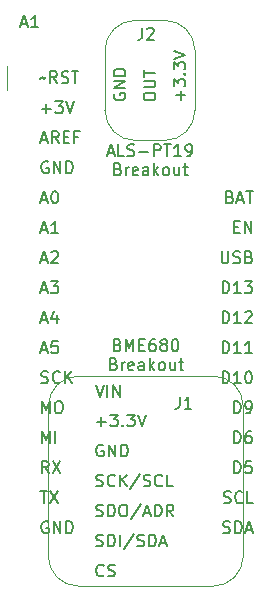
<source format=gbr>
%TF.GenerationSoftware,KiCad,Pcbnew,(6.0.0)*%
%TF.CreationDate,2022-01-23T09:20:33-05:00*%
%TF.ProjectId,Featherwing-bme680-als-PT19-breakout,46656174-6865-4727-9769-6e672d626d65,rev?*%
%TF.SameCoordinates,Original*%
%TF.FileFunction,Legend,Top*%
%TF.FilePolarity,Positive*%
%FSLAX46Y46*%
G04 Gerber Fmt 4.6, Leading zero omitted, Abs format (unit mm)*
G04 Created by KiCad (PCBNEW (6.0.0)) date 2022-01-23 09:20:33*
%MOMM*%
%LPD*%
G01*
G04 APERTURE LIST*
%ADD10C,0.150000*%
%ADD11C,0.100000*%
%ADD12C,0.120000*%
G04 APERTURE END LIST*
D10*
X135315771Y-96389666D02*
X135791961Y-96389666D01*
X135220533Y-96675380D02*
X135553866Y-95675380D01*
X135887200Y-96675380D01*
X136696723Y-96675380D02*
X136220533Y-96675380D01*
X136220533Y-95675380D01*
X136982438Y-96627761D02*
X137125295Y-96675380D01*
X137363390Y-96675380D01*
X137458628Y-96627761D01*
X137506247Y-96580142D01*
X137553866Y-96484904D01*
X137553866Y-96389666D01*
X137506247Y-96294428D01*
X137458628Y-96246809D01*
X137363390Y-96199190D01*
X137172914Y-96151571D01*
X137077676Y-96103952D01*
X137030057Y-96056333D01*
X136982438Y-95961095D01*
X136982438Y-95865857D01*
X137030057Y-95770619D01*
X137077676Y-95723000D01*
X137172914Y-95675380D01*
X137411009Y-95675380D01*
X137553866Y-95723000D01*
X137982438Y-96294428D02*
X138744342Y-96294428D01*
X139220533Y-96675380D02*
X139220533Y-95675380D01*
X139601485Y-95675380D01*
X139696723Y-95723000D01*
X139744342Y-95770619D01*
X139791961Y-95865857D01*
X139791961Y-96008714D01*
X139744342Y-96103952D01*
X139696723Y-96151571D01*
X139601485Y-96199190D01*
X139220533Y-96199190D01*
X140077676Y-95675380D02*
X140649104Y-95675380D01*
X140363390Y-96675380D02*
X140363390Y-95675380D01*
X141506247Y-96675380D02*
X140934819Y-96675380D01*
X141220533Y-96675380D02*
X141220533Y-95675380D01*
X141125295Y-95818238D01*
X141030057Y-95913476D01*
X140934819Y-95961095D01*
X141982438Y-96675380D02*
X142172914Y-96675380D01*
X142268152Y-96627761D01*
X142315771Y-96580142D01*
X142411009Y-96437285D01*
X142458628Y-96246809D01*
X142458628Y-95865857D01*
X142411009Y-95770619D01*
X142363390Y-95723000D01*
X142268152Y-95675380D01*
X142077676Y-95675380D01*
X141982438Y-95723000D01*
X141934819Y-95770619D01*
X141887200Y-95865857D01*
X141887200Y-96103952D01*
X141934819Y-96199190D01*
X141982438Y-96246809D01*
X142077676Y-96294428D01*
X142268152Y-96294428D01*
X142363390Y-96246809D01*
X142411009Y-96199190D01*
X142458628Y-96103952D01*
X136172914Y-97761571D02*
X136315771Y-97809190D01*
X136363390Y-97856809D01*
X136411009Y-97952047D01*
X136411009Y-98094904D01*
X136363390Y-98190142D01*
X136315771Y-98237761D01*
X136220533Y-98285380D01*
X135839580Y-98285380D01*
X135839580Y-97285380D01*
X136172914Y-97285380D01*
X136268152Y-97333000D01*
X136315771Y-97380619D01*
X136363390Y-97475857D01*
X136363390Y-97571095D01*
X136315771Y-97666333D01*
X136268152Y-97713952D01*
X136172914Y-97761571D01*
X135839580Y-97761571D01*
X136839580Y-98285380D02*
X136839580Y-97618714D01*
X136839580Y-97809190D02*
X136887200Y-97713952D01*
X136934819Y-97666333D01*
X137030057Y-97618714D01*
X137125295Y-97618714D01*
X137839580Y-98237761D02*
X137744342Y-98285380D01*
X137553866Y-98285380D01*
X137458628Y-98237761D01*
X137411009Y-98142523D01*
X137411009Y-97761571D01*
X137458628Y-97666333D01*
X137553866Y-97618714D01*
X137744342Y-97618714D01*
X137839580Y-97666333D01*
X137887200Y-97761571D01*
X137887200Y-97856809D01*
X137411009Y-97952047D01*
X138744342Y-98285380D02*
X138744342Y-97761571D01*
X138696723Y-97666333D01*
X138601485Y-97618714D01*
X138411009Y-97618714D01*
X138315771Y-97666333D01*
X138744342Y-98237761D02*
X138649104Y-98285380D01*
X138411009Y-98285380D01*
X138315771Y-98237761D01*
X138268152Y-98142523D01*
X138268152Y-98047285D01*
X138315771Y-97952047D01*
X138411009Y-97904428D01*
X138649104Y-97904428D01*
X138744342Y-97856809D01*
X139220533Y-98285380D02*
X139220533Y-97285380D01*
X139315771Y-97904428D02*
X139601485Y-98285380D01*
X139601485Y-97618714D02*
X139220533Y-97999666D01*
X140172914Y-98285380D02*
X140077676Y-98237761D01*
X140030057Y-98190142D01*
X139982438Y-98094904D01*
X139982438Y-97809190D01*
X140030057Y-97713952D01*
X140077676Y-97666333D01*
X140172914Y-97618714D01*
X140315771Y-97618714D01*
X140411009Y-97666333D01*
X140458628Y-97713952D01*
X140506247Y-97809190D01*
X140506247Y-98094904D01*
X140458628Y-98190142D01*
X140411009Y-98237761D01*
X140315771Y-98285380D01*
X140172914Y-98285380D01*
X141363390Y-97618714D02*
X141363390Y-98285380D01*
X140934819Y-97618714D02*
X140934819Y-98142523D01*
X140982438Y-98237761D01*
X141077676Y-98285380D01*
X141220533Y-98285380D01*
X141315771Y-98237761D01*
X141363390Y-98190142D01*
X141696723Y-97618714D02*
X142077676Y-97618714D01*
X141839580Y-97285380D02*
X141839580Y-98142523D01*
X141887200Y-98237761D01*
X141982438Y-98285380D01*
X142077676Y-98285380D01*
X136150647Y-112661571D02*
X136293504Y-112709190D01*
X136341123Y-112756809D01*
X136388742Y-112852047D01*
X136388742Y-112994904D01*
X136341123Y-113090142D01*
X136293504Y-113137761D01*
X136198266Y-113185380D01*
X135817314Y-113185380D01*
X135817314Y-112185380D01*
X136150647Y-112185380D01*
X136245885Y-112233000D01*
X136293504Y-112280619D01*
X136341123Y-112375857D01*
X136341123Y-112471095D01*
X136293504Y-112566333D01*
X136245885Y-112613952D01*
X136150647Y-112661571D01*
X135817314Y-112661571D01*
X136817314Y-113185380D02*
X136817314Y-112185380D01*
X137150647Y-112899666D01*
X137483980Y-112185380D01*
X137483980Y-113185380D01*
X137960171Y-112661571D02*
X138293504Y-112661571D01*
X138436361Y-113185380D02*
X137960171Y-113185380D01*
X137960171Y-112185380D01*
X138436361Y-112185380D01*
X139293504Y-112185380D02*
X139103028Y-112185380D01*
X139007790Y-112233000D01*
X138960171Y-112280619D01*
X138864933Y-112423476D01*
X138817314Y-112613952D01*
X138817314Y-112994904D01*
X138864933Y-113090142D01*
X138912552Y-113137761D01*
X139007790Y-113185380D01*
X139198266Y-113185380D01*
X139293504Y-113137761D01*
X139341123Y-113090142D01*
X139388742Y-112994904D01*
X139388742Y-112756809D01*
X139341123Y-112661571D01*
X139293504Y-112613952D01*
X139198266Y-112566333D01*
X139007790Y-112566333D01*
X138912552Y-112613952D01*
X138864933Y-112661571D01*
X138817314Y-112756809D01*
X139960171Y-112613952D02*
X139864933Y-112566333D01*
X139817314Y-112518714D01*
X139769695Y-112423476D01*
X139769695Y-112375857D01*
X139817314Y-112280619D01*
X139864933Y-112233000D01*
X139960171Y-112185380D01*
X140150647Y-112185380D01*
X140245885Y-112233000D01*
X140293504Y-112280619D01*
X140341123Y-112375857D01*
X140341123Y-112423476D01*
X140293504Y-112518714D01*
X140245885Y-112566333D01*
X140150647Y-112613952D01*
X139960171Y-112613952D01*
X139864933Y-112661571D01*
X139817314Y-112709190D01*
X139769695Y-112804428D01*
X139769695Y-112994904D01*
X139817314Y-113090142D01*
X139864933Y-113137761D01*
X139960171Y-113185380D01*
X140150647Y-113185380D01*
X140245885Y-113137761D01*
X140293504Y-113090142D01*
X140341123Y-112994904D01*
X140341123Y-112804428D01*
X140293504Y-112709190D01*
X140245885Y-112661571D01*
X140150647Y-112613952D01*
X140960171Y-112185380D02*
X141055409Y-112185380D01*
X141150647Y-112233000D01*
X141198266Y-112280619D01*
X141245885Y-112375857D01*
X141293504Y-112566333D01*
X141293504Y-112804428D01*
X141245885Y-112994904D01*
X141198266Y-113090142D01*
X141150647Y-113137761D01*
X141055409Y-113185380D01*
X140960171Y-113185380D01*
X140864933Y-113137761D01*
X140817314Y-113090142D01*
X140769695Y-112994904D01*
X140722076Y-112804428D01*
X140722076Y-112566333D01*
X140769695Y-112375857D01*
X140817314Y-112280619D01*
X140864933Y-112233000D01*
X140960171Y-112185380D01*
X135817314Y-114271571D02*
X135960171Y-114319190D01*
X136007790Y-114366809D01*
X136055409Y-114462047D01*
X136055409Y-114604904D01*
X136007790Y-114700142D01*
X135960171Y-114747761D01*
X135864933Y-114795380D01*
X135483980Y-114795380D01*
X135483980Y-113795380D01*
X135817314Y-113795380D01*
X135912552Y-113843000D01*
X135960171Y-113890619D01*
X136007790Y-113985857D01*
X136007790Y-114081095D01*
X135960171Y-114176333D01*
X135912552Y-114223952D01*
X135817314Y-114271571D01*
X135483980Y-114271571D01*
X136483980Y-114795380D02*
X136483980Y-114128714D01*
X136483980Y-114319190D02*
X136531600Y-114223952D01*
X136579219Y-114176333D01*
X136674457Y-114128714D01*
X136769695Y-114128714D01*
X137483980Y-114747761D02*
X137388742Y-114795380D01*
X137198266Y-114795380D01*
X137103028Y-114747761D01*
X137055409Y-114652523D01*
X137055409Y-114271571D01*
X137103028Y-114176333D01*
X137198266Y-114128714D01*
X137388742Y-114128714D01*
X137483980Y-114176333D01*
X137531600Y-114271571D01*
X137531600Y-114366809D01*
X137055409Y-114462047D01*
X138388742Y-114795380D02*
X138388742Y-114271571D01*
X138341123Y-114176333D01*
X138245885Y-114128714D01*
X138055409Y-114128714D01*
X137960171Y-114176333D01*
X138388742Y-114747761D02*
X138293504Y-114795380D01*
X138055409Y-114795380D01*
X137960171Y-114747761D01*
X137912552Y-114652523D01*
X137912552Y-114557285D01*
X137960171Y-114462047D01*
X138055409Y-114414428D01*
X138293504Y-114414428D01*
X138388742Y-114366809D01*
X138864933Y-114795380D02*
X138864933Y-113795380D01*
X138960171Y-114414428D02*
X139245885Y-114795380D01*
X139245885Y-114128714D02*
X138864933Y-114509666D01*
X139817314Y-114795380D02*
X139722076Y-114747761D01*
X139674457Y-114700142D01*
X139626838Y-114604904D01*
X139626838Y-114319190D01*
X139674457Y-114223952D01*
X139722076Y-114176333D01*
X139817314Y-114128714D01*
X139960171Y-114128714D01*
X140055409Y-114176333D01*
X140103028Y-114223952D01*
X140150647Y-114319190D01*
X140150647Y-114604904D01*
X140103028Y-114700142D01*
X140055409Y-114747761D01*
X139960171Y-114795380D01*
X139817314Y-114795380D01*
X141007790Y-114128714D02*
X141007790Y-114795380D01*
X140579219Y-114128714D02*
X140579219Y-114652523D01*
X140626838Y-114747761D01*
X140722076Y-114795380D01*
X140864933Y-114795380D01*
X140960171Y-114747761D01*
X141007790Y-114700142D01*
X141341123Y-114128714D02*
X141722076Y-114128714D01*
X141483980Y-113795380D02*
X141483980Y-114652523D01*
X141531600Y-114747761D01*
X141626838Y-114795380D01*
X141722076Y-114795380D01*
X141498628Y-91916000D02*
X141498628Y-91154095D01*
X141879580Y-91535047D02*
X141117676Y-91535047D01*
X140879580Y-90773142D02*
X140879580Y-90154095D01*
X141260533Y-90487428D01*
X141260533Y-90344571D01*
X141308152Y-90249333D01*
X141355771Y-90201714D01*
X141451009Y-90154095D01*
X141689104Y-90154095D01*
X141784342Y-90201714D01*
X141831961Y-90249333D01*
X141879580Y-90344571D01*
X141879580Y-90630285D01*
X141831961Y-90725523D01*
X141784342Y-90773142D01*
X141784342Y-89725523D02*
X141831961Y-89677904D01*
X141879580Y-89725523D01*
X141831961Y-89773142D01*
X141784342Y-89725523D01*
X141879580Y-89725523D01*
X140879580Y-89344571D02*
X140879580Y-88725523D01*
X141260533Y-89058857D01*
X141260533Y-88916000D01*
X141308152Y-88820761D01*
X141355771Y-88773142D01*
X141451009Y-88725523D01*
X141689104Y-88725523D01*
X141784342Y-88773142D01*
X141831961Y-88820761D01*
X141879580Y-88916000D01*
X141879580Y-89201714D01*
X141831961Y-89296952D01*
X141784342Y-89344571D01*
X140879580Y-88439809D02*
X141879580Y-88106476D01*
X140879580Y-87773142D01*
X138339580Y-91725524D02*
X138339580Y-91535047D01*
X138387200Y-91439809D01*
X138482438Y-91344571D01*
X138672914Y-91296952D01*
X139006247Y-91296952D01*
X139196723Y-91344571D01*
X139291961Y-91439809D01*
X139339580Y-91535047D01*
X139339580Y-91725524D01*
X139291961Y-91820762D01*
X139196723Y-91916000D01*
X139006247Y-91963619D01*
X138672914Y-91963619D01*
X138482438Y-91916000D01*
X138387200Y-91820762D01*
X138339580Y-91725524D01*
X138339580Y-90868381D02*
X139149104Y-90868381D01*
X139244342Y-90820762D01*
X139291961Y-90773143D01*
X139339580Y-90677904D01*
X139339580Y-90487428D01*
X139291961Y-90392190D01*
X139244342Y-90344571D01*
X139149104Y-90296952D01*
X138339580Y-90296952D01*
X138339580Y-89963619D02*
X138339580Y-89392190D01*
X139339580Y-89677904D02*
X138339580Y-89677904D01*
X135847200Y-91392190D02*
X135799580Y-91487428D01*
X135799580Y-91630286D01*
X135847200Y-91773143D01*
X135942438Y-91868381D01*
X136037676Y-91916000D01*
X136228152Y-91963619D01*
X136371009Y-91963619D01*
X136561485Y-91916000D01*
X136656723Y-91868381D01*
X136751961Y-91773143D01*
X136799580Y-91630286D01*
X136799580Y-91535047D01*
X136751961Y-91392190D01*
X136704342Y-91344571D01*
X136371009Y-91344571D01*
X136371009Y-91535047D01*
X136799580Y-90916000D02*
X135799580Y-90916000D01*
X136799580Y-90344571D01*
X135799580Y-90344571D01*
X136799580Y-89868381D02*
X135799580Y-89868381D01*
X135799580Y-89630286D01*
X135847200Y-89487428D01*
X135942438Y-89392190D01*
X136037676Y-89344571D01*
X136228152Y-89296952D01*
X136371009Y-89296952D01*
X136561485Y-89344571D01*
X136656723Y-89392190D01*
X136751961Y-89487428D01*
X136799580Y-89630286D01*
X136799580Y-89868381D01*
X145089714Y-128547761D02*
X145232571Y-128595380D01*
X145470666Y-128595380D01*
X145565904Y-128547761D01*
X145613523Y-128500142D01*
X145661142Y-128404904D01*
X145661142Y-128309666D01*
X145613523Y-128214428D01*
X145565904Y-128166809D01*
X145470666Y-128119190D01*
X145280190Y-128071571D01*
X145184952Y-128023952D01*
X145137333Y-127976333D01*
X145089714Y-127881095D01*
X145089714Y-127785857D01*
X145137333Y-127690619D01*
X145184952Y-127643000D01*
X145280190Y-127595380D01*
X145518285Y-127595380D01*
X145661142Y-127643000D01*
X146089714Y-128595380D02*
X146089714Y-127595380D01*
X146327809Y-127595380D01*
X146470666Y-127643000D01*
X146565904Y-127738238D01*
X146613523Y-127833476D01*
X146661142Y-128023952D01*
X146661142Y-128166809D01*
X146613523Y-128357285D01*
X146565904Y-128452523D01*
X146470666Y-128547761D01*
X146327809Y-128595380D01*
X146089714Y-128595380D01*
X147042095Y-128309666D02*
X147518285Y-128309666D01*
X146946857Y-128595380D02*
X147280190Y-127595380D01*
X147613523Y-128595380D01*
X145137332Y-126007761D02*
X145280189Y-126055380D01*
X145518285Y-126055380D01*
X145613523Y-126007761D01*
X145661142Y-125960142D01*
X145708761Y-125864904D01*
X145708761Y-125769666D01*
X145661142Y-125674428D01*
X145613523Y-125626809D01*
X145518285Y-125579190D01*
X145327809Y-125531571D01*
X145232570Y-125483952D01*
X145184951Y-125436333D01*
X145137332Y-125341095D01*
X145137332Y-125245857D01*
X145184951Y-125150619D01*
X145232570Y-125103000D01*
X145327809Y-125055380D01*
X145565904Y-125055380D01*
X145708761Y-125103000D01*
X146708761Y-125960142D02*
X146661142Y-126007761D01*
X146518285Y-126055380D01*
X146423047Y-126055380D01*
X146280189Y-126007761D01*
X146184951Y-125912523D01*
X146137332Y-125817285D01*
X146089713Y-125626809D01*
X146089713Y-125483952D01*
X146137332Y-125293476D01*
X146184951Y-125198238D01*
X146280189Y-125103000D01*
X146423047Y-125055380D01*
X146518285Y-125055380D01*
X146661142Y-125103000D01*
X146708761Y-125150619D01*
X147613523Y-126055380D02*
X147137332Y-126055380D01*
X147137332Y-125055380D01*
X145994475Y-123515380D02*
X145994475Y-122515380D01*
X146232571Y-122515380D01*
X146375428Y-122563000D01*
X146470666Y-122658238D01*
X146518285Y-122753476D01*
X146565904Y-122943952D01*
X146565904Y-123086809D01*
X146518285Y-123277285D01*
X146470666Y-123372523D01*
X146375428Y-123467761D01*
X146232571Y-123515380D01*
X145994475Y-123515380D01*
X147470666Y-122515380D02*
X146994475Y-122515380D01*
X146946856Y-122991571D01*
X146994475Y-122943952D01*
X147089713Y-122896333D01*
X147327809Y-122896333D01*
X147423047Y-122943952D01*
X147470666Y-122991571D01*
X147518285Y-123086809D01*
X147518285Y-123324904D01*
X147470666Y-123420142D01*
X147423047Y-123467761D01*
X147327809Y-123515380D01*
X147089713Y-123515380D01*
X146994475Y-123467761D01*
X146946856Y-123420142D01*
X145994475Y-120975380D02*
X145994475Y-119975380D01*
X146232571Y-119975380D01*
X146375428Y-120023000D01*
X146470666Y-120118238D01*
X146518285Y-120213476D01*
X146565904Y-120403952D01*
X146565904Y-120546809D01*
X146518285Y-120737285D01*
X146470666Y-120832523D01*
X146375428Y-120927761D01*
X146232571Y-120975380D01*
X145994475Y-120975380D01*
X147423047Y-119975380D02*
X147232571Y-119975380D01*
X147137332Y-120023000D01*
X147089713Y-120070619D01*
X146994475Y-120213476D01*
X146946856Y-120403952D01*
X146946856Y-120784904D01*
X146994475Y-120880142D01*
X147042094Y-120927761D01*
X147137332Y-120975380D01*
X147327809Y-120975380D01*
X147423047Y-120927761D01*
X147470666Y-120880142D01*
X147518285Y-120784904D01*
X147518285Y-120546809D01*
X147470666Y-120451571D01*
X147423047Y-120403952D01*
X147327809Y-120356333D01*
X147137332Y-120356333D01*
X147042094Y-120403952D01*
X146994475Y-120451571D01*
X146946856Y-120546809D01*
X145994475Y-118435380D02*
X145994475Y-117435380D01*
X146232571Y-117435380D01*
X146375428Y-117483000D01*
X146470666Y-117578238D01*
X146518285Y-117673476D01*
X146565904Y-117863952D01*
X146565904Y-118006809D01*
X146518285Y-118197285D01*
X146470666Y-118292523D01*
X146375428Y-118387761D01*
X146232571Y-118435380D01*
X145994475Y-118435380D01*
X147042094Y-118435380D02*
X147232571Y-118435380D01*
X147327809Y-118387761D01*
X147375428Y-118340142D01*
X147470666Y-118197285D01*
X147518285Y-118006809D01*
X147518285Y-117625857D01*
X147470666Y-117530619D01*
X147423047Y-117483000D01*
X147327809Y-117435380D01*
X147137332Y-117435380D01*
X147042094Y-117483000D01*
X146994475Y-117530619D01*
X146946856Y-117625857D01*
X146946856Y-117863952D01*
X146994475Y-117959190D01*
X147042094Y-118006809D01*
X147137332Y-118054428D01*
X147327809Y-118054428D01*
X147423047Y-118006809D01*
X147470666Y-117959190D01*
X147518285Y-117863952D01*
X145042095Y-115895380D02*
X145042095Y-114895380D01*
X145280190Y-114895380D01*
X145423047Y-114943000D01*
X145518285Y-115038238D01*
X145565904Y-115133476D01*
X145613523Y-115323952D01*
X145613523Y-115466809D01*
X145565904Y-115657285D01*
X145518285Y-115752523D01*
X145423047Y-115847761D01*
X145280190Y-115895380D01*
X145042095Y-115895380D01*
X146565904Y-115895380D02*
X145994476Y-115895380D01*
X146280190Y-115895380D02*
X146280190Y-114895380D01*
X146184952Y-115038238D01*
X146089714Y-115133476D01*
X145994476Y-115181095D01*
X147184952Y-114895380D02*
X147280190Y-114895380D01*
X147375428Y-114943000D01*
X147423047Y-114990619D01*
X147470666Y-115085857D01*
X147518285Y-115276333D01*
X147518285Y-115514428D01*
X147470666Y-115704904D01*
X147423047Y-115800142D01*
X147375428Y-115847761D01*
X147280190Y-115895380D01*
X147184952Y-115895380D01*
X147089714Y-115847761D01*
X147042095Y-115800142D01*
X146994476Y-115704904D01*
X146946857Y-115514428D01*
X146946857Y-115276333D01*
X146994476Y-115085857D01*
X147042095Y-114990619D01*
X147089714Y-114943000D01*
X147184952Y-114895380D01*
X145042095Y-113355380D02*
X145042095Y-112355380D01*
X145280190Y-112355380D01*
X145423047Y-112403000D01*
X145518285Y-112498238D01*
X145565904Y-112593476D01*
X145613523Y-112783952D01*
X145613523Y-112926809D01*
X145565904Y-113117285D01*
X145518285Y-113212523D01*
X145423047Y-113307761D01*
X145280190Y-113355380D01*
X145042095Y-113355380D01*
X146565904Y-113355380D02*
X145994476Y-113355380D01*
X146280190Y-113355380D02*
X146280190Y-112355380D01*
X146184952Y-112498238D01*
X146089714Y-112593476D01*
X145994476Y-112641095D01*
X147518285Y-113355380D02*
X146946857Y-113355380D01*
X147232571Y-113355380D02*
X147232571Y-112355380D01*
X147137333Y-112498238D01*
X147042095Y-112593476D01*
X146946857Y-112641095D01*
X145042095Y-110815380D02*
X145042095Y-109815380D01*
X145280190Y-109815380D01*
X145423047Y-109863000D01*
X145518285Y-109958238D01*
X145565904Y-110053476D01*
X145613523Y-110243952D01*
X145613523Y-110386809D01*
X145565904Y-110577285D01*
X145518285Y-110672523D01*
X145423047Y-110767761D01*
X145280190Y-110815380D01*
X145042095Y-110815380D01*
X146565904Y-110815380D02*
X145994476Y-110815380D01*
X146280190Y-110815380D02*
X146280190Y-109815380D01*
X146184952Y-109958238D01*
X146089714Y-110053476D01*
X145994476Y-110101095D01*
X146946857Y-109910619D02*
X146994476Y-109863000D01*
X147089714Y-109815380D01*
X147327809Y-109815380D01*
X147423047Y-109863000D01*
X147470666Y-109910619D01*
X147518285Y-110005857D01*
X147518285Y-110101095D01*
X147470666Y-110243952D01*
X146899238Y-110815380D01*
X147518285Y-110815380D01*
X145042095Y-108275380D02*
X145042095Y-107275380D01*
X145280190Y-107275380D01*
X145423047Y-107323000D01*
X145518285Y-107418238D01*
X145565904Y-107513476D01*
X145613523Y-107703952D01*
X145613523Y-107846809D01*
X145565904Y-108037285D01*
X145518285Y-108132523D01*
X145423047Y-108227761D01*
X145280190Y-108275380D01*
X145042095Y-108275380D01*
X146565904Y-108275380D02*
X145994476Y-108275380D01*
X146280190Y-108275380D02*
X146280190Y-107275380D01*
X146184952Y-107418238D01*
X146089714Y-107513476D01*
X145994476Y-107561095D01*
X146899238Y-107275380D02*
X147518285Y-107275380D01*
X147184952Y-107656333D01*
X147327809Y-107656333D01*
X147423047Y-107703952D01*
X147470666Y-107751571D01*
X147518285Y-107846809D01*
X147518285Y-108084904D01*
X147470666Y-108180142D01*
X147423047Y-108227761D01*
X147327809Y-108275380D01*
X147042095Y-108275380D01*
X146946857Y-108227761D01*
X146899238Y-108180142D01*
X144946857Y-104735380D02*
X144946857Y-105544904D01*
X144994476Y-105640142D01*
X145042095Y-105687761D01*
X145137333Y-105735380D01*
X145327809Y-105735380D01*
X145423047Y-105687761D01*
X145470666Y-105640142D01*
X145518285Y-105544904D01*
X145518285Y-104735380D01*
X145946857Y-105687761D02*
X146089714Y-105735380D01*
X146327809Y-105735380D01*
X146423047Y-105687761D01*
X146470666Y-105640142D01*
X146518285Y-105544904D01*
X146518285Y-105449666D01*
X146470666Y-105354428D01*
X146423047Y-105306809D01*
X146327809Y-105259190D01*
X146137333Y-105211571D01*
X146042095Y-105163952D01*
X145994476Y-105116333D01*
X145946857Y-105021095D01*
X145946857Y-104925857D01*
X145994476Y-104830619D01*
X146042095Y-104783000D01*
X146137333Y-104735380D01*
X146375428Y-104735380D01*
X146518285Y-104783000D01*
X147280190Y-105211571D02*
X147423047Y-105259190D01*
X147470666Y-105306809D01*
X147518285Y-105402047D01*
X147518285Y-105544904D01*
X147470666Y-105640142D01*
X147423047Y-105687761D01*
X147327809Y-105735380D01*
X146946857Y-105735380D01*
X146946857Y-104735380D01*
X147280190Y-104735380D01*
X147375428Y-104783000D01*
X147423047Y-104830619D01*
X147470666Y-104925857D01*
X147470666Y-105021095D01*
X147423047Y-105116333D01*
X147375428Y-105163952D01*
X147280190Y-105211571D01*
X146946857Y-105211571D01*
X145994475Y-102671571D02*
X146327809Y-102671571D01*
X146470666Y-103195380D02*
X145994475Y-103195380D01*
X145994475Y-102195380D01*
X146470666Y-102195380D01*
X146899237Y-103195380D02*
X146899237Y-102195380D01*
X147470666Y-103195380D01*
X147470666Y-102195380D01*
X145661142Y-100131571D02*
X145803999Y-100179190D01*
X145851618Y-100226809D01*
X145899238Y-100322047D01*
X145899238Y-100464904D01*
X145851618Y-100560142D01*
X145803999Y-100607761D01*
X145708761Y-100655380D01*
X145327809Y-100655380D01*
X145327809Y-99655380D01*
X145661142Y-99655380D01*
X145756380Y-99703000D01*
X145803999Y-99750619D01*
X145851618Y-99845857D01*
X145851618Y-99941095D01*
X145803999Y-100036333D01*
X145756380Y-100083952D01*
X145661142Y-100131571D01*
X145327809Y-100131571D01*
X146280190Y-100369666D02*
X146756380Y-100369666D01*
X146184952Y-100655380D02*
X146518285Y-99655380D01*
X146851618Y-100655380D01*
X147042095Y-99655380D02*
X147613523Y-99655380D01*
X147327809Y-100655380D02*
X147327809Y-99655380D01*
X134961333Y-132170442D02*
X134913714Y-132218061D01*
X134770857Y-132265680D01*
X134675619Y-132265680D01*
X134532761Y-132218061D01*
X134437523Y-132122823D01*
X134389904Y-132027585D01*
X134342285Y-131837109D01*
X134342285Y-131694252D01*
X134389904Y-131503776D01*
X134437523Y-131408538D01*
X134532761Y-131313300D01*
X134675619Y-131265680D01*
X134770857Y-131265680D01*
X134913714Y-131313300D01*
X134961333Y-131360919D01*
X135342285Y-132218061D02*
X135485142Y-132265680D01*
X135723238Y-132265680D01*
X135818476Y-132218061D01*
X135866095Y-132170442D01*
X135913714Y-132075204D01*
X135913714Y-131979966D01*
X135866095Y-131884728D01*
X135818476Y-131837109D01*
X135723238Y-131789490D01*
X135532761Y-131741871D01*
X135437523Y-131694252D01*
X135389904Y-131646633D01*
X135342285Y-131551395D01*
X135342285Y-131456157D01*
X135389904Y-131360919D01*
X135437523Y-131313300D01*
X135532761Y-131265680D01*
X135770857Y-131265680D01*
X135913714Y-131313300D01*
X134342286Y-129678061D02*
X134485143Y-129725680D01*
X134723238Y-129725680D01*
X134818476Y-129678061D01*
X134866095Y-129630442D01*
X134913714Y-129535204D01*
X134913714Y-129439966D01*
X134866095Y-129344728D01*
X134818476Y-129297109D01*
X134723238Y-129249490D01*
X134532762Y-129201871D01*
X134437524Y-129154252D01*
X134389905Y-129106633D01*
X134342286Y-129011395D01*
X134342286Y-128916157D01*
X134389905Y-128820919D01*
X134437524Y-128773300D01*
X134532762Y-128725680D01*
X134770857Y-128725680D01*
X134913714Y-128773300D01*
X135342286Y-129725680D02*
X135342286Y-128725680D01*
X135580381Y-128725680D01*
X135723238Y-128773300D01*
X135818476Y-128868538D01*
X135866095Y-128963776D01*
X135913714Y-129154252D01*
X135913714Y-129297109D01*
X135866095Y-129487585D01*
X135818476Y-129582823D01*
X135723238Y-129678061D01*
X135580381Y-129725680D01*
X135342286Y-129725680D01*
X136342286Y-129725680D02*
X136342286Y-128725680D01*
X137532762Y-128678061D02*
X136675619Y-129963776D01*
X137818476Y-129678061D02*
X137961333Y-129725680D01*
X138199428Y-129725680D01*
X138294667Y-129678061D01*
X138342286Y-129630442D01*
X138389905Y-129535204D01*
X138389905Y-129439966D01*
X138342286Y-129344728D01*
X138294667Y-129297109D01*
X138199428Y-129249490D01*
X138008952Y-129201871D01*
X137913714Y-129154252D01*
X137866095Y-129106633D01*
X137818476Y-129011395D01*
X137818476Y-128916157D01*
X137866095Y-128820919D01*
X137913714Y-128773300D01*
X138008952Y-128725680D01*
X138247047Y-128725680D01*
X138389905Y-128773300D01*
X138818476Y-129725680D02*
X138818476Y-128725680D01*
X139056571Y-128725680D01*
X139199428Y-128773300D01*
X139294667Y-128868538D01*
X139342286Y-128963776D01*
X139389905Y-129154252D01*
X139389905Y-129297109D01*
X139342286Y-129487585D01*
X139294667Y-129582823D01*
X139199428Y-129678061D01*
X139056571Y-129725680D01*
X138818476Y-129725680D01*
X139770857Y-129439966D02*
X140247047Y-129439966D01*
X139675619Y-129725680D02*
X140008952Y-128725680D01*
X140342286Y-129725680D01*
X134342286Y-127138061D02*
X134485143Y-127185680D01*
X134723238Y-127185680D01*
X134818476Y-127138061D01*
X134866095Y-127090442D01*
X134913714Y-126995204D01*
X134913714Y-126899966D01*
X134866095Y-126804728D01*
X134818476Y-126757109D01*
X134723238Y-126709490D01*
X134532762Y-126661871D01*
X134437524Y-126614252D01*
X134389905Y-126566633D01*
X134342286Y-126471395D01*
X134342286Y-126376157D01*
X134389905Y-126280919D01*
X134437524Y-126233300D01*
X134532762Y-126185680D01*
X134770857Y-126185680D01*
X134913714Y-126233300D01*
X135342286Y-127185680D02*
X135342286Y-126185680D01*
X135580381Y-126185680D01*
X135723238Y-126233300D01*
X135818476Y-126328538D01*
X135866095Y-126423776D01*
X135913714Y-126614252D01*
X135913714Y-126757109D01*
X135866095Y-126947585D01*
X135818476Y-127042823D01*
X135723238Y-127138061D01*
X135580381Y-127185680D01*
X135342286Y-127185680D01*
X136532762Y-126185680D02*
X136723238Y-126185680D01*
X136818476Y-126233300D01*
X136913714Y-126328538D01*
X136961333Y-126519014D01*
X136961333Y-126852347D01*
X136913714Y-127042823D01*
X136818476Y-127138061D01*
X136723238Y-127185680D01*
X136532762Y-127185680D01*
X136437524Y-127138061D01*
X136342286Y-127042823D01*
X136294667Y-126852347D01*
X136294667Y-126519014D01*
X136342286Y-126328538D01*
X136437524Y-126233300D01*
X136532762Y-126185680D01*
X138104191Y-126138061D02*
X137247048Y-127423776D01*
X138389905Y-126899966D02*
X138866095Y-126899966D01*
X138294667Y-127185680D02*
X138628000Y-126185680D01*
X138961333Y-127185680D01*
X139294667Y-127185680D02*
X139294667Y-126185680D01*
X139532762Y-126185680D01*
X139675619Y-126233300D01*
X139770857Y-126328538D01*
X139818476Y-126423776D01*
X139866095Y-126614252D01*
X139866095Y-126757109D01*
X139818476Y-126947585D01*
X139770857Y-127042823D01*
X139675619Y-127138061D01*
X139532762Y-127185680D01*
X139294667Y-127185680D01*
X140866095Y-127185680D02*
X140532762Y-126709490D01*
X140294667Y-127185680D02*
X140294667Y-126185680D01*
X140675619Y-126185680D01*
X140770857Y-126233300D01*
X140818476Y-126280919D01*
X140866095Y-126376157D01*
X140866095Y-126519014D01*
X140818476Y-126614252D01*
X140770857Y-126661871D01*
X140675619Y-126709490D01*
X140294667Y-126709490D01*
X134342285Y-124598061D02*
X134485142Y-124645680D01*
X134723238Y-124645680D01*
X134818476Y-124598061D01*
X134866095Y-124550442D01*
X134913714Y-124455204D01*
X134913714Y-124359966D01*
X134866095Y-124264728D01*
X134818476Y-124217109D01*
X134723238Y-124169490D01*
X134532762Y-124121871D01*
X134437523Y-124074252D01*
X134389904Y-124026633D01*
X134342285Y-123931395D01*
X134342285Y-123836157D01*
X134389904Y-123740919D01*
X134437523Y-123693300D01*
X134532762Y-123645680D01*
X134770857Y-123645680D01*
X134913714Y-123693300D01*
X135913714Y-124550442D02*
X135866095Y-124598061D01*
X135723238Y-124645680D01*
X135628000Y-124645680D01*
X135485142Y-124598061D01*
X135389904Y-124502823D01*
X135342285Y-124407585D01*
X135294666Y-124217109D01*
X135294666Y-124074252D01*
X135342285Y-123883776D01*
X135389904Y-123788538D01*
X135485142Y-123693300D01*
X135628000Y-123645680D01*
X135723238Y-123645680D01*
X135866095Y-123693300D01*
X135913714Y-123740919D01*
X136342285Y-124645680D02*
X136342285Y-123645680D01*
X136913714Y-124645680D02*
X136485142Y-124074252D01*
X136913714Y-123645680D02*
X136342285Y-124217109D01*
X138056571Y-123598061D02*
X137199428Y-124883776D01*
X138342285Y-124598061D02*
X138485142Y-124645680D01*
X138723238Y-124645680D01*
X138818476Y-124598061D01*
X138866095Y-124550442D01*
X138913714Y-124455204D01*
X138913714Y-124359966D01*
X138866095Y-124264728D01*
X138818476Y-124217109D01*
X138723238Y-124169490D01*
X138532762Y-124121871D01*
X138437523Y-124074252D01*
X138389904Y-124026633D01*
X138342285Y-123931395D01*
X138342285Y-123836157D01*
X138389904Y-123740919D01*
X138437523Y-123693300D01*
X138532762Y-123645680D01*
X138770857Y-123645680D01*
X138913714Y-123693300D01*
X139913714Y-124550442D02*
X139866095Y-124598061D01*
X139723238Y-124645680D01*
X139628000Y-124645680D01*
X139485142Y-124598061D01*
X139389904Y-124502823D01*
X139342285Y-124407585D01*
X139294666Y-124217109D01*
X139294666Y-124074252D01*
X139342285Y-123883776D01*
X139389904Y-123788538D01*
X139485142Y-123693300D01*
X139628000Y-123645680D01*
X139723238Y-123645680D01*
X139866095Y-123693300D01*
X139913714Y-123740919D01*
X140818476Y-124645680D02*
X140342285Y-124645680D01*
X140342285Y-123645680D01*
X134913714Y-121153300D02*
X134818476Y-121105680D01*
X134675619Y-121105680D01*
X134532761Y-121153300D01*
X134437523Y-121248538D01*
X134389904Y-121343776D01*
X134342285Y-121534252D01*
X134342285Y-121677109D01*
X134389904Y-121867585D01*
X134437523Y-121962823D01*
X134532761Y-122058061D01*
X134675619Y-122105680D01*
X134770857Y-122105680D01*
X134913714Y-122058061D01*
X134961333Y-122010442D01*
X134961333Y-121677109D01*
X134770857Y-121677109D01*
X135389904Y-122105680D02*
X135389904Y-121105680D01*
X135961333Y-122105680D01*
X135961333Y-121105680D01*
X136437523Y-122105680D02*
X136437523Y-121105680D01*
X136675619Y-121105680D01*
X136818476Y-121153300D01*
X136913714Y-121248538D01*
X136961333Y-121343776D01*
X137008952Y-121534252D01*
X137008952Y-121677109D01*
X136961333Y-121867585D01*
X136913714Y-121962823D01*
X136818476Y-122058061D01*
X136675619Y-122105680D01*
X136437523Y-122105680D01*
X134389905Y-119184728D02*
X135151809Y-119184728D01*
X134770857Y-119565680D02*
X134770857Y-118803776D01*
X135532762Y-118565680D02*
X136151809Y-118565680D01*
X135818476Y-118946633D01*
X135961333Y-118946633D01*
X136056571Y-118994252D01*
X136104190Y-119041871D01*
X136151809Y-119137109D01*
X136151809Y-119375204D01*
X136104190Y-119470442D01*
X136056571Y-119518061D01*
X135961333Y-119565680D01*
X135675619Y-119565680D01*
X135580381Y-119518061D01*
X135532762Y-119470442D01*
X136580381Y-119470442D02*
X136628000Y-119518061D01*
X136580381Y-119565680D01*
X136532762Y-119518061D01*
X136580381Y-119470442D01*
X136580381Y-119565680D01*
X136961333Y-118565680D02*
X137580381Y-118565680D01*
X137247047Y-118946633D01*
X137389905Y-118946633D01*
X137485143Y-118994252D01*
X137532762Y-119041871D01*
X137580381Y-119137109D01*
X137580381Y-119375204D01*
X137532762Y-119470442D01*
X137485143Y-119518061D01*
X137389905Y-119565680D01*
X137104190Y-119565680D01*
X137008952Y-119518061D01*
X136961333Y-119470442D01*
X137866095Y-118565680D02*
X138199428Y-119565680D01*
X138532762Y-118565680D01*
X134286761Y-116038380D02*
X134620095Y-117038380D01*
X134953428Y-116038380D01*
X135286761Y-117038380D02*
X135286761Y-116038380D01*
X135762952Y-117038380D02*
X135762952Y-116038380D01*
X136334380Y-117038380D01*
X136334380Y-116038380D01*
X130254380Y-127643000D02*
X130159142Y-127595380D01*
X130016285Y-127595380D01*
X129873427Y-127643000D01*
X129778189Y-127738238D01*
X129730570Y-127833476D01*
X129682951Y-128023952D01*
X129682951Y-128166809D01*
X129730570Y-128357285D01*
X129778189Y-128452523D01*
X129873427Y-128547761D01*
X130016285Y-128595380D01*
X130111523Y-128595380D01*
X130254380Y-128547761D01*
X130301999Y-128500142D01*
X130301999Y-128166809D01*
X130111523Y-128166809D01*
X130730570Y-128595380D02*
X130730570Y-127595380D01*
X131301999Y-128595380D01*
X131301999Y-127595380D01*
X131778189Y-128595380D02*
X131778189Y-127595380D01*
X132016285Y-127595380D01*
X132159142Y-127643000D01*
X132254380Y-127738238D01*
X132301999Y-127833476D01*
X132349618Y-128023952D01*
X132349618Y-128166809D01*
X132301999Y-128357285D01*
X132254380Y-128452523D01*
X132159142Y-128547761D01*
X132016285Y-128595380D01*
X131778189Y-128595380D01*
X129587714Y-125055380D02*
X130159142Y-125055380D01*
X129873428Y-126055380D02*
X129873428Y-125055380D01*
X130397238Y-125055380D02*
X131063904Y-126055380D01*
X131063904Y-125055380D02*
X130397238Y-126055380D01*
X130301999Y-123515380D02*
X129968666Y-123039190D01*
X129730570Y-123515380D02*
X129730570Y-122515380D01*
X130111523Y-122515380D01*
X130206761Y-122563000D01*
X130254380Y-122610619D01*
X130301999Y-122705857D01*
X130301999Y-122848714D01*
X130254380Y-122943952D01*
X130206761Y-122991571D01*
X130111523Y-123039190D01*
X129730570Y-123039190D01*
X130635332Y-122515380D02*
X131301999Y-123515380D01*
X131301999Y-122515380D02*
X130635332Y-123515380D01*
X129730571Y-120975380D02*
X129730571Y-119975380D01*
X130063904Y-120689666D01*
X130397238Y-119975380D01*
X130397238Y-120975380D01*
X130873428Y-120975380D02*
X130873428Y-119975380D01*
X129730571Y-118435380D02*
X129730571Y-117435380D01*
X130063904Y-118149666D01*
X130397237Y-117435380D01*
X130397237Y-118435380D01*
X131063904Y-117435380D02*
X131254380Y-117435380D01*
X131349618Y-117483000D01*
X131444856Y-117578238D01*
X131492475Y-117768714D01*
X131492475Y-118102047D01*
X131444856Y-118292523D01*
X131349618Y-118387761D01*
X131254380Y-118435380D01*
X131063904Y-118435380D01*
X130968666Y-118387761D01*
X130873428Y-118292523D01*
X130825809Y-118102047D01*
X130825809Y-117768714D01*
X130873428Y-117578238D01*
X130968666Y-117483000D01*
X131063904Y-117435380D01*
X129682951Y-115847761D02*
X129825808Y-115895380D01*
X130063904Y-115895380D01*
X130159142Y-115847761D01*
X130206761Y-115800142D01*
X130254380Y-115704904D01*
X130254380Y-115609666D01*
X130206761Y-115514428D01*
X130159142Y-115466809D01*
X130063904Y-115419190D01*
X129873427Y-115371571D01*
X129778189Y-115323952D01*
X129730570Y-115276333D01*
X129682951Y-115181095D01*
X129682951Y-115085857D01*
X129730570Y-114990619D01*
X129778189Y-114943000D01*
X129873427Y-114895380D01*
X130111523Y-114895380D01*
X130254380Y-114943000D01*
X131254380Y-115800142D02*
X131206761Y-115847761D01*
X131063904Y-115895380D01*
X130968666Y-115895380D01*
X130825808Y-115847761D01*
X130730570Y-115752523D01*
X130682951Y-115657285D01*
X130635332Y-115466809D01*
X130635332Y-115323952D01*
X130682951Y-115133476D01*
X130730570Y-115038238D01*
X130825808Y-114943000D01*
X130968666Y-114895380D01*
X131063904Y-114895380D01*
X131206761Y-114943000D01*
X131254380Y-114990619D01*
X131682951Y-115895380D02*
X131682951Y-114895380D01*
X132254380Y-115895380D02*
X131825808Y-115323952D01*
X132254380Y-114895380D02*
X131682951Y-115466809D01*
X129682952Y-113069666D02*
X130159142Y-113069666D01*
X129587714Y-113355380D02*
X129921047Y-112355380D01*
X130254380Y-113355380D01*
X131063904Y-112355380D02*
X130587714Y-112355380D01*
X130540095Y-112831571D01*
X130587714Y-112783952D01*
X130682952Y-112736333D01*
X130921047Y-112736333D01*
X131016285Y-112783952D01*
X131063904Y-112831571D01*
X131111523Y-112926809D01*
X131111523Y-113164904D01*
X131063904Y-113260142D01*
X131016285Y-113307761D01*
X130921047Y-113355380D01*
X130682952Y-113355380D01*
X130587714Y-113307761D01*
X130540095Y-113260142D01*
X129682952Y-110529666D02*
X130159142Y-110529666D01*
X129587714Y-110815380D02*
X129921047Y-109815380D01*
X130254380Y-110815380D01*
X131016285Y-110148714D02*
X131016285Y-110815380D01*
X130778190Y-109767761D02*
X130540095Y-110482047D01*
X131159142Y-110482047D01*
X129682952Y-107989666D02*
X130159142Y-107989666D01*
X129587714Y-108275380D02*
X129921047Y-107275380D01*
X130254380Y-108275380D01*
X130492476Y-107275380D02*
X131111523Y-107275380D01*
X130778190Y-107656333D01*
X130921047Y-107656333D01*
X131016285Y-107703952D01*
X131063904Y-107751571D01*
X131111523Y-107846809D01*
X131111523Y-108084904D01*
X131063904Y-108180142D01*
X131016285Y-108227761D01*
X130921047Y-108275380D01*
X130635333Y-108275380D01*
X130540095Y-108227761D01*
X130492476Y-108180142D01*
X129682952Y-105449666D02*
X130159142Y-105449666D01*
X129587714Y-105735380D02*
X129921047Y-104735380D01*
X130254380Y-105735380D01*
X130540095Y-104830619D02*
X130587714Y-104783000D01*
X130682952Y-104735380D01*
X130921047Y-104735380D01*
X131016285Y-104783000D01*
X131063904Y-104830619D01*
X131111523Y-104925857D01*
X131111523Y-105021095D01*
X131063904Y-105163952D01*
X130492476Y-105735380D01*
X131111523Y-105735380D01*
X129682952Y-102909666D02*
X130159142Y-102909666D01*
X129587714Y-103195380D02*
X129921047Y-102195380D01*
X130254380Y-103195380D01*
X131111523Y-103195380D02*
X130540095Y-103195380D01*
X130825809Y-103195380D02*
X130825809Y-102195380D01*
X130730571Y-102338238D01*
X130635333Y-102433476D01*
X130540095Y-102481095D01*
X129682952Y-100369666D02*
X130159142Y-100369666D01*
X129587714Y-100655380D02*
X129921047Y-99655380D01*
X130254380Y-100655380D01*
X130778190Y-99655380D02*
X130873428Y-99655380D01*
X130968666Y-99703000D01*
X131016285Y-99750619D01*
X131063904Y-99845857D01*
X131111523Y-100036333D01*
X131111523Y-100274428D01*
X131063904Y-100464904D01*
X131016285Y-100560142D01*
X130968666Y-100607761D01*
X130873428Y-100655380D01*
X130778190Y-100655380D01*
X130682952Y-100607761D01*
X130635333Y-100560142D01*
X130587714Y-100464904D01*
X130540095Y-100274428D01*
X130540095Y-100036333D01*
X130587714Y-99845857D01*
X130635333Y-99750619D01*
X130682952Y-99703000D01*
X130778190Y-99655380D01*
X130254380Y-97163000D02*
X130159142Y-97115380D01*
X130016285Y-97115380D01*
X129873427Y-97163000D01*
X129778189Y-97258238D01*
X129730570Y-97353476D01*
X129682951Y-97543952D01*
X129682951Y-97686809D01*
X129730570Y-97877285D01*
X129778189Y-97972523D01*
X129873427Y-98067761D01*
X130016285Y-98115380D01*
X130111523Y-98115380D01*
X130254380Y-98067761D01*
X130301999Y-98020142D01*
X130301999Y-97686809D01*
X130111523Y-97686809D01*
X130730570Y-98115380D02*
X130730570Y-97115380D01*
X131301999Y-98115380D01*
X131301999Y-97115380D01*
X131778189Y-98115380D02*
X131778189Y-97115380D01*
X132016285Y-97115380D01*
X132159142Y-97163000D01*
X132254380Y-97258238D01*
X132301999Y-97353476D01*
X132349618Y-97543952D01*
X132349618Y-97686809D01*
X132301999Y-97877285D01*
X132254380Y-97972523D01*
X132159142Y-98067761D01*
X132016285Y-98115380D01*
X131778189Y-98115380D01*
X129682952Y-95289666D02*
X130159142Y-95289666D01*
X129587714Y-95575380D02*
X129921047Y-94575380D01*
X130254380Y-95575380D01*
X131159142Y-95575380D02*
X130825809Y-95099190D01*
X130587714Y-95575380D02*
X130587714Y-94575380D01*
X130968666Y-94575380D01*
X131063904Y-94623000D01*
X131111523Y-94670619D01*
X131159142Y-94765857D01*
X131159142Y-94908714D01*
X131111523Y-95003952D01*
X131063904Y-95051571D01*
X130968666Y-95099190D01*
X130587714Y-95099190D01*
X131587714Y-95051571D02*
X131921047Y-95051571D01*
X132063904Y-95575380D02*
X131587714Y-95575380D01*
X131587714Y-94575380D01*
X132063904Y-94575380D01*
X132825809Y-95051571D02*
X132492476Y-95051571D01*
X132492476Y-95575380D02*
X132492476Y-94575380D01*
X132968666Y-94575380D01*
X129730570Y-92654428D02*
X130492475Y-92654428D01*
X130111523Y-93035380D02*
X130111523Y-92273476D01*
X130873427Y-92035380D02*
X131492475Y-92035380D01*
X131159142Y-92416333D01*
X131301999Y-92416333D01*
X131397237Y-92463952D01*
X131444856Y-92511571D01*
X131492475Y-92606809D01*
X131492475Y-92844904D01*
X131444856Y-92940142D01*
X131397237Y-92987761D01*
X131301999Y-93035380D01*
X131016285Y-93035380D01*
X130921046Y-92987761D01*
X130873427Y-92940142D01*
X131778189Y-92035380D02*
X132111523Y-93035380D01*
X132444856Y-92035380D01*
X129587713Y-90114428D02*
X129635332Y-90066809D01*
X129730570Y-90019190D01*
X129921046Y-90114428D01*
X130016284Y-90066809D01*
X130063903Y-90019190D01*
X131016284Y-90495380D02*
X130682951Y-90019190D01*
X130444856Y-90495380D02*
X130444856Y-89495380D01*
X130825808Y-89495380D01*
X130921046Y-89543000D01*
X130968665Y-89590619D01*
X131016284Y-89685857D01*
X131016284Y-89828714D01*
X130968665Y-89923952D01*
X130921046Y-89971571D01*
X130825808Y-90019190D01*
X130444856Y-90019190D01*
X131397237Y-90447761D02*
X131540094Y-90495380D01*
X131778189Y-90495380D01*
X131873427Y-90447761D01*
X131921046Y-90400142D01*
X131968665Y-90304904D01*
X131968665Y-90209666D01*
X131921046Y-90114428D01*
X131873427Y-90066809D01*
X131778189Y-90019190D01*
X131587713Y-89971571D01*
X131492475Y-89923952D01*
X131444856Y-89876333D01*
X131397237Y-89781095D01*
X131397237Y-89685857D01*
X131444856Y-89590619D01*
X131492475Y-89543000D01*
X131587713Y-89495380D01*
X131825808Y-89495380D01*
X131968665Y-89543000D01*
X132254380Y-89495380D02*
X132825808Y-89495380D01*
X132540094Y-90495380D02*
X132540094Y-89495380D01*
%TO.C,J1*%
X141398666Y-117054380D02*
X141398666Y-117768666D01*
X141351047Y-117911523D01*
X141255809Y-118006761D01*
X141112952Y-118054380D01*
X141017714Y-118054380D01*
X142398666Y-118054380D02*
X141827238Y-118054380D01*
X142112952Y-118054380D02*
X142112952Y-117054380D01*
X142017714Y-117197238D01*
X141922476Y-117292476D01*
X141827238Y-117340095D01*
%TO.C,J2*%
X138223666Y-85812380D02*
X138223666Y-86526666D01*
X138176047Y-86669523D01*
X138080809Y-86764761D01*
X137937952Y-86812380D01*
X137842714Y-86812380D01*
X138652238Y-85907619D02*
X138699857Y-85860000D01*
X138795095Y-85812380D01*
X139033190Y-85812380D01*
X139128428Y-85860000D01*
X139176047Y-85907619D01*
X139223666Y-86002857D01*
X139223666Y-86098095D01*
X139176047Y-86240952D01*
X138604619Y-86812380D01*
X139223666Y-86812380D01*
%TO.C,A1*%
X127987514Y-85459866D02*
X128463704Y-85459866D01*
X127892276Y-85745580D02*
X128225609Y-84745580D01*
X128558942Y-85745580D01*
X129416085Y-85745580D02*
X128844657Y-85745580D01*
X129130371Y-85745580D02*
X129130371Y-84745580D01*
X129035133Y-84888438D01*
X128939895Y-84983676D01*
X128844657Y-85031295D01*
D11*
%TO.C,J1*%
X132816600Y-115303300D02*
G75*
G03*
X130276600Y-117843300I1J-2540001D01*
G01*
X146786600Y-117843300D02*
G75*
G03*
X144246600Y-115303300I-2540001J-1D01*
G01*
X130276600Y-130543300D02*
G75*
G03*
X132816600Y-133083300I2540001J1D01*
G01*
X144246600Y-133083300D02*
G75*
G03*
X146786600Y-130543300I-1J2540001D01*
G01*
X146786600Y-117843300D02*
X146786600Y-130543300D01*
X130276600Y-130543300D02*
X130276600Y-117843300D01*
X132816600Y-115303300D02*
X144246600Y-115303300D01*
X144246600Y-133083300D02*
X132816600Y-133083300D01*
%TO.C,J2*%
X137617200Y-85191600D02*
X140157200Y-85191600D01*
X135077200Y-92811600D02*
X135077200Y-87731600D01*
X140157200Y-95351600D02*
X137617200Y-95351600D01*
X142697200Y-87731600D02*
X142697200Y-92811600D01*
X142697200Y-87731600D02*
G75*
G03*
X140157200Y-85191600I-2540001J-1D01*
G01*
X135077200Y-92811600D02*
G75*
G03*
X137617200Y-95351600I2540001J1D01*
G01*
X140157200Y-95351600D02*
G75*
G03*
X142697200Y-92811600I-1J2540001D01*
G01*
X137617200Y-85191600D02*
G75*
G03*
X135077200Y-87731600I1J-2540001D01*
G01*
D12*
%TO.C,A1*%
X126773200Y-91043000D02*
X126773200Y-89043000D01*
%TD*%
M02*

</source>
